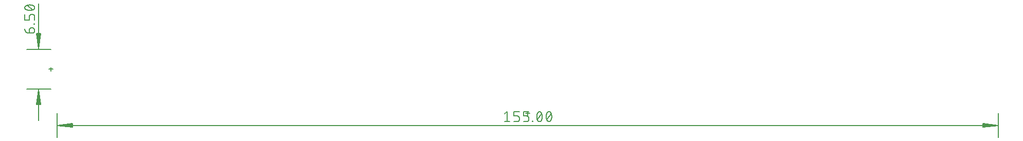
<source format=gbr>
G04 EAGLE Gerber RS-274X export*
G75*
%MOMM*%
%FSLAX34Y34*%
%LPD*%
%INSilkscreen Top*%
%IPPOS*%
%AMOC8*
5,1,8,0,0,1.08239X$1,22.5*%
G01*
%ADD10C,0.130000*%
%ADD11C,0.152400*%


D10*
X0Y-40000D02*
X0Y-79500D01*
X1550000Y-79500D02*
X1550000Y-40000D01*
X1549350Y-60000D02*
X650Y-60000D01*
X26000Y-56808D01*
X26000Y-63192D01*
X650Y-60000D01*
X26000Y-58700D01*
X26000Y-61300D02*
X650Y-60000D01*
X26000Y-57400D01*
X26000Y-62600D02*
X650Y-60000D01*
X1524000Y-56808D02*
X1549350Y-60000D01*
X1524000Y-56808D02*
X1524000Y-63192D01*
X1549350Y-60000D01*
X1524000Y-58700D01*
X1524000Y-61300D02*
X1549350Y-60000D01*
X1524000Y-57400D01*
X1524000Y-62600D02*
X1549350Y-60000D01*
X775000Y-43192D02*
X775000Y-36808D01*
X771808Y-40000D02*
X778192Y-40000D01*
D11*
X741271Y-37237D02*
X736756Y-40849D01*
X741271Y-37237D02*
X741271Y-53493D01*
X736756Y-53493D02*
X745787Y-53493D01*
X752387Y-53493D02*
X757806Y-53493D01*
X757924Y-53491D01*
X758042Y-53485D01*
X758160Y-53476D01*
X758277Y-53462D01*
X758394Y-53445D01*
X758511Y-53424D01*
X758626Y-53399D01*
X758741Y-53370D01*
X758855Y-53337D01*
X758967Y-53301D01*
X759078Y-53261D01*
X759188Y-53218D01*
X759297Y-53171D01*
X759404Y-53121D01*
X759509Y-53066D01*
X759612Y-53009D01*
X759713Y-52948D01*
X759813Y-52884D01*
X759910Y-52817D01*
X760005Y-52747D01*
X760097Y-52673D01*
X760188Y-52597D01*
X760275Y-52517D01*
X760360Y-52435D01*
X760442Y-52350D01*
X760522Y-52263D01*
X760598Y-52172D01*
X760672Y-52080D01*
X760742Y-51985D01*
X760809Y-51888D01*
X760873Y-51788D01*
X760934Y-51687D01*
X760991Y-51584D01*
X761046Y-51479D01*
X761096Y-51372D01*
X761143Y-51263D01*
X761186Y-51153D01*
X761226Y-51042D01*
X761262Y-50930D01*
X761295Y-50816D01*
X761324Y-50701D01*
X761349Y-50586D01*
X761370Y-50469D01*
X761387Y-50352D01*
X761401Y-50235D01*
X761410Y-50117D01*
X761416Y-49999D01*
X761418Y-49881D01*
X761418Y-48074D01*
X761416Y-47956D01*
X761410Y-47838D01*
X761401Y-47720D01*
X761387Y-47603D01*
X761370Y-47486D01*
X761349Y-47369D01*
X761324Y-47254D01*
X761295Y-47139D01*
X761262Y-47025D01*
X761226Y-46913D01*
X761186Y-46802D01*
X761143Y-46692D01*
X761096Y-46583D01*
X761046Y-46476D01*
X760991Y-46371D01*
X760934Y-46268D01*
X760873Y-46167D01*
X760809Y-46067D01*
X760742Y-45970D01*
X760672Y-45875D01*
X760598Y-45783D01*
X760522Y-45692D01*
X760442Y-45605D01*
X760360Y-45520D01*
X760275Y-45438D01*
X760188Y-45358D01*
X760097Y-45282D01*
X760005Y-45208D01*
X759910Y-45138D01*
X759813Y-45071D01*
X759713Y-45007D01*
X759612Y-44946D01*
X759509Y-44889D01*
X759404Y-44834D01*
X759297Y-44784D01*
X759188Y-44737D01*
X759078Y-44694D01*
X758967Y-44654D01*
X758855Y-44618D01*
X758741Y-44585D01*
X758626Y-44556D01*
X758511Y-44531D01*
X758394Y-44510D01*
X758277Y-44493D01*
X758160Y-44479D01*
X758042Y-44470D01*
X757924Y-44464D01*
X757806Y-44462D01*
X752387Y-44462D01*
X752387Y-37237D01*
X761418Y-37237D01*
X768018Y-53493D02*
X773437Y-53493D01*
X773555Y-53491D01*
X773673Y-53485D01*
X773791Y-53476D01*
X773908Y-53462D01*
X774025Y-53445D01*
X774142Y-53424D01*
X774257Y-53399D01*
X774372Y-53370D01*
X774486Y-53337D01*
X774598Y-53301D01*
X774709Y-53261D01*
X774819Y-53218D01*
X774928Y-53171D01*
X775035Y-53121D01*
X775140Y-53066D01*
X775243Y-53009D01*
X775344Y-52948D01*
X775444Y-52884D01*
X775541Y-52817D01*
X775636Y-52747D01*
X775728Y-52673D01*
X775819Y-52597D01*
X775906Y-52517D01*
X775991Y-52435D01*
X776073Y-52350D01*
X776153Y-52263D01*
X776229Y-52172D01*
X776303Y-52080D01*
X776373Y-51985D01*
X776440Y-51888D01*
X776504Y-51788D01*
X776565Y-51687D01*
X776622Y-51584D01*
X776677Y-51479D01*
X776727Y-51372D01*
X776774Y-51263D01*
X776817Y-51153D01*
X776857Y-51042D01*
X776893Y-50930D01*
X776926Y-50816D01*
X776955Y-50701D01*
X776980Y-50586D01*
X777001Y-50469D01*
X777018Y-50352D01*
X777032Y-50235D01*
X777041Y-50117D01*
X777047Y-49999D01*
X777049Y-49881D01*
X777049Y-48074D01*
X777047Y-47956D01*
X777041Y-47838D01*
X777032Y-47720D01*
X777018Y-47603D01*
X777001Y-47486D01*
X776980Y-47369D01*
X776955Y-47254D01*
X776926Y-47139D01*
X776893Y-47025D01*
X776857Y-46913D01*
X776817Y-46802D01*
X776774Y-46692D01*
X776727Y-46583D01*
X776677Y-46476D01*
X776622Y-46371D01*
X776565Y-46268D01*
X776504Y-46167D01*
X776440Y-46067D01*
X776373Y-45970D01*
X776303Y-45875D01*
X776229Y-45783D01*
X776153Y-45692D01*
X776073Y-45605D01*
X775991Y-45520D01*
X775906Y-45438D01*
X775819Y-45358D01*
X775728Y-45282D01*
X775636Y-45208D01*
X775541Y-45138D01*
X775444Y-45071D01*
X775344Y-45007D01*
X775243Y-44946D01*
X775140Y-44889D01*
X775035Y-44834D01*
X774928Y-44784D01*
X774819Y-44737D01*
X774709Y-44694D01*
X774598Y-44654D01*
X774486Y-44618D01*
X774372Y-44585D01*
X774257Y-44556D01*
X774142Y-44531D01*
X774025Y-44510D01*
X773908Y-44493D01*
X773791Y-44479D01*
X773673Y-44470D01*
X773555Y-44464D01*
X773437Y-44462D01*
X768018Y-44462D01*
X768018Y-37237D01*
X777049Y-37237D01*
X783024Y-52590D02*
X783024Y-53493D01*
X783024Y-52590D02*
X783927Y-52590D01*
X783927Y-53493D01*
X783024Y-53493D01*
X789902Y-45365D02*
X789906Y-45045D01*
X789917Y-44726D01*
X789936Y-44406D01*
X789963Y-44088D01*
X789997Y-43770D01*
X790039Y-43453D01*
X790089Y-43137D01*
X790146Y-42822D01*
X790210Y-42509D01*
X790282Y-42197D01*
X790361Y-41887D01*
X790448Y-41580D01*
X790542Y-41274D01*
X790643Y-40971D01*
X790752Y-40670D01*
X790867Y-40372D01*
X790990Y-40076D01*
X791120Y-39784D01*
X791257Y-39495D01*
X791258Y-39494D02*
X791297Y-39386D01*
X791340Y-39279D01*
X791386Y-39174D01*
X791436Y-39071D01*
X791490Y-38969D01*
X791547Y-38869D01*
X791608Y-38771D01*
X791672Y-38675D01*
X791739Y-38582D01*
X791809Y-38491D01*
X791883Y-38402D01*
X791959Y-38316D01*
X792039Y-38233D01*
X792121Y-38152D01*
X792206Y-38074D01*
X792293Y-38000D01*
X792384Y-37928D01*
X792476Y-37859D01*
X792571Y-37794D01*
X792668Y-37732D01*
X792767Y-37673D01*
X792868Y-37618D01*
X792971Y-37567D01*
X793076Y-37519D01*
X793182Y-37474D01*
X793289Y-37433D01*
X793398Y-37396D01*
X793509Y-37363D01*
X793620Y-37334D01*
X793732Y-37308D01*
X793845Y-37286D01*
X793959Y-37269D01*
X794073Y-37255D01*
X794188Y-37245D01*
X794303Y-37239D01*
X794418Y-37237D01*
X794533Y-37239D01*
X794648Y-37245D01*
X794763Y-37255D01*
X794877Y-37269D01*
X794991Y-37286D01*
X795104Y-37308D01*
X795216Y-37334D01*
X795328Y-37363D01*
X795438Y-37396D01*
X795547Y-37433D01*
X795655Y-37474D01*
X795761Y-37519D01*
X795866Y-37567D01*
X795968Y-37618D01*
X796070Y-37674D01*
X796169Y-37732D01*
X796266Y-37794D01*
X796361Y-37860D01*
X796453Y-37928D01*
X796543Y-38000D01*
X796631Y-38074D01*
X796716Y-38152D01*
X796798Y-38233D01*
X796877Y-38316D01*
X796954Y-38402D01*
X797027Y-38491D01*
X797098Y-38582D01*
X797165Y-38676D01*
X797229Y-38771D01*
X797290Y-38869D01*
X797347Y-38969D01*
X797400Y-39071D01*
X797451Y-39175D01*
X797497Y-39280D01*
X797540Y-39387D01*
X797579Y-39495D01*
X797578Y-39495D02*
X797715Y-39784D01*
X797845Y-40076D01*
X797968Y-40372D01*
X798083Y-40670D01*
X798192Y-40971D01*
X798293Y-41274D01*
X798387Y-41580D01*
X798474Y-41887D01*
X798553Y-42197D01*
X798625Y-42509D01*
X798689Y-42822D01*
X798746Y-43137D01*
X798796Y-43453D01*
X798838Y-43770D01*
X798872Y-44088D01*
X798899Y-44406D01*
X798918Y-44726D01*
X798929Y-45045D01*
X798933Y-45365D01*
X789902Y-45365D02*
X789906Y-45685D01*
X789917Y-46004D01*
X789936Y-46324D01*
X789963Y-46642D01*
X789997Y-46960D01*
X790039Y-47277D01*
X790089Y-47593D01*
X790146Y-47908D01*
X790210Y-48221D01*
X790282Y-48533D01*
X790361Y-48843D01*
X790448Y-49150D01*
X790542Y-49456D01*
X790643Y-49759D01*
X790752Y-50060D01*
X790867Y-50358D01*
X790990Y-50654D01*
X791120Y-50946D01*
X791257Y-51235D01*
X791257Y-51236D02*
X791296Y-51344D01*
X791339Y-51451D01*
X791385Y-51556D01*
X791436Y-51660D01*
X791489Y-51762D01*
X791546Y-51862D01*
X791607Y-51960D01*
X791671Y-52055D01*
X791738Y-52149D01*
X791809Y-52240D01*
X791882Y-52329D01*
X791959Y-52415D01*
X792038Y-52498D01*
X792120Y-52579D01*
X792205Y-52657D01*
X792293Y-52731D01*
X792383Y-52803D01*
X792476Y-52872D01*
X792570Y-52937D01*
X792667Y-52999D01*
X792767Y-53057D01*
X792868Y-53113D01*
X792970Y-53164D01*
X793075Y-53212D01*
X793181Y-53257D01*
X793289Y-53298D01*
X793398Y-53335D01*
X793508Y-53368D01*
X793620Y-53397D01*
X793732Y-53423D01*
X793845Y-53445D01*
X793959Y-53462D01*
X794073Y-53476D01*
X794188Y-53486D01*
X794303Y-53492D01*
X794418Y-53494D01*
X797578Y-51235D02*
X797715Y-50946D01*
X797845Y-50654D01*
X797968Y-50358D01*
X798083Y-50060D01*
X798192Y-49759D01*
X798293Y-49456D01*
X798387Y-49150D01*
X798474Y-48843D01*
X798553Y-48533D01*
X798625Y-48221D01*
X798689Y-47908D01*
X798746Y-47593D01*
X798796Y-47277D01*
X798838Y-46960D01*
X798872Y-46642D01*
X798899Y-46324D01*
X798918Y-46004D01*
X798929Y-45685D01*
X798933Y-45365D01*
X797579Y-51235D02*
X797540Y-51343D01*
X797497Y-51450D01*
X797451Y-51555D01*
X797400Y-51659D01*
X797347Y-51761D01*
X797290Y-51861D01*
X797229Y-51959D01*
X797165Y-52054D01*
X797098Y-52148D01*
X797027Y-52239D01*
X796954Y-52328D01*
X796877Y-52414D01*
X796798Y-52497D01*
X796716Y-52578D01*
X796631Y-52656D01*
X796543Y-52730D01*
X796453Y-52802D01*
X796360Y-52871D01*
X796266Y-52936D01*
X796169Y-52998D01*
X796069Y-53056D01*
X795968Y-53112D01*
X795865Y-53163D01*
X795761Y-53211D01*
X795655Y-53256D01*
X795547Y-53297D01*
X795438Y-53334D01*
X795328Y-53367D01*
X795216Y-53396D01*
X795104Y-53422D01*
X794991Y-53444D01*
X794877Y-53461D01*
X794763Y-53475D01*
X794648Y-53485D01*
X794533Y-53491D01*
X794418Y-53493D01*
X790805Y-49881D02*
X798030Y-40849D01*
X805534Y-45365D02*
X805538Y-45045D01*
X805549Y-44726D01*
X805568Y-44406D01*
X805595Y-44088D01*
X805629Y-43770D01*
X805671Y-43453D01*
X805721Y-43137D01*
X805778Y-42822D01*
X805842Y-42509D01*
X805914Y-42197D01*
X805993Y-41887D01*
X806080Y-41580D01*
X806174Y-41274D01*
X806275Y-40971D01*
X806384Y-40670D01*
X806499Y-40372D01*
X806622Y-40076D01*
X806752Y-39784D01*
X806889Y-39495D01*
X806889Y-39494D02*
X806928Y-39386D01*
X806971Y-39279D01*
X807017Y-39174D01*
X807067Y-39071D01*
X807121Y-38969D01*
X807178Y-38869D01*
X807239Y-38771D01*
X807303Y-38675D01*
X807370Y-38582D01*
X807440Y-38491D01*
X807514Y-38402D01*
X807590Y-38316D01*
X807670Y-38233D01*
X807752Y-38152D01*
X807837Y-38074D01*
X807924Y-38000D01*
X808015Y-37928D01*
X808107Y-37859D01*
X808202Y-37794D01*
X808299Y-37732D01*
X808398Y-37673D01*
X808499Y-37618D01*
X808602Y-37567D01*
X808707Y-37519D01*
X808813Y-37474D01*
X808920Y-37433D01*
X809029Y-37396D01*
X809140Y-37363D01*
X809251Y-37334D01*
X809363Y-37308D01*
X809476Y-37286D01*
X809590Y-37269D01*
X809704Y-37255D01*
X809819Y-37245D01*
X809934Y-37239D01*
X810049Y-37237D01*
X810164Y-37239D01*
X810279Y-37245D01*
X810394Y-37255D01*
X810508Y-37269D01*
X810622Y-37286D01*
X810735Y-37308D01*
X810847Y-37334D01*
X810959Y-37363D01*
X811069Y-37396D01*
X811178Y-37433D01*
X811286Y-37474D01*
X811392Y-37519D01*
X811497Y-37567D01*
X811599Y-37618D01*
X811701Y-37674D01*
X811800Y-37732D01*
X811897Y-37794D01*
X811992Y-37860D01*
X812084Y-37928D01*
X812174Y-38000D01*
X812262Y-38074D01*
X812347Y-38152D01*
X812429Y-38233D01*
X812508Y-38316D01*
X812585Y-38402D01*
X812658Y-38491D01*
X812729Y-38582D01*
X812796Y-38676D01*
X812860Y-38771D01*
X812921Y-38869D01*
X812978Y-38969D01*
X813031Y-39071D01*
X813082Y-39175D01*
X813128Y-39280D01*
X813171Y-39387D01*
X813210Y-39495D01*
X813209Y-39495D02*
X813346Y-39784D01*
X813476Y-40076D01*
X813599Y-40372D01*
X813714Y-40670D01*
X813823Y-40971D01*
X813924Y-41274D01*
X814018Y-41580D01*
X814105Y-41887D01*
X814184Y-42197D01*
X814256Y-42509D01*
X814320Y-42822D01*
X814377Y-43137D01*
X814427Y-43453D01*
X814469Y-43770D01*
X814503Y-44088D01*
X814530Y-44406D01*
X814549Y-44726D01*
X814560Y-45045D01*
X814564Y-45365D01*
X805534Y-45365D02*
X805538Y-45685D01*
X805549Y-46004D01*
X805568Y-46324D01*
X805595Y-46642D01*
X805629Y-46960D01*
X805671Y-47277D01*
X805721Y-47593D01*
X805778Y-47908D01*
X805842Y-48221D01*
X805914Y-48533D01*
X805993Y-48843D01*
X806080Y-49150D01*
X806174Y-49456D01*
X806275Y-49759D01*
X806384Y-50060D01*
X806499Y-50358D01*
X806622Y-50654D01*
X806752Y-50946D01*
X806889Y-51235D01*
X806888Y-51236D02*
X806927Y-51344D01*
X806970Y-51451D01*
X807016Y-51556D01*
X807067Y-51660D01*
X807120Y-51762D01*
X807177Y-51862D01*
X807238Y-51960D01*
X807302Y-52055D01*
X807369Y-52149D01*
X807440Y-52240D01*
X807513Y-52329D01*
X807590Y-52415D01*
X807669Y-52498D01*
X807751Y-52579D01*
X807836Y-52657D01*
X807924Y-52731D01*
X808014Y-52803D01*
X808107Y-52872D01*
X808201Y-52937D01*
X808298Y-52999D01*
X808398Y-53057D01*
X808499Y-53113D01*
X808601Y-53164D01*
X808706Y-53212D01*
X808812Y-53257D01*
X808920Y-53298D01*
X809029Y-53335D01*
X809139Y-53368D01*
X809251Y-53397D01*
X809363Y-53423D01*
X809476Y-53445D01*
X809590Y-53462D01*
X809704Y-53476D01*
X809819Y-53486D01*
X809934Y-53492D01*
X810049Y-53494D01*
X813209Y-51235D02*
X813346Y-50946D01*
X813476Y-50654D01*
X813599Y-50358D01*
X813714Y-50060D01*
X813823Y-49759D01*
X813924Y-49456D01*
X814018Y-49150D01*
X814105Y-48843D01*
X814184Y-48533D01*
X814256Y-48221D01*
X814320Y-47908D01*
X814377Y-47593D01*
X814427Y-47277D01*
X814469Y-46960D01*
X814503Y-46642D01*
X814530Y-46324D01*
X814549Y-46004D01*
X814560Y-45685D01*
X814564Y-45365D01*
X813210Y-51235D02*
X813171Y-51343D01*
X813128Y-51450D01*
X813082Y-51555D01*
X813031Y-51659D01*
X812978Y-51761D01*
X812921Y-51861D01*
X812860Y-51959D01*
X812796Y-52054D01*
X812729Y-52148D01*
X812658Y-52239D01*
X812585Y-52328D01*
X812508Y-52414D01*
X812429Y-52497D01*
X812347Y-52578D01*
X812262Y-52656D01*
X812174Y-52730D01*
X812084Y-52802D01*
X811991Y-52871D01*
X811897Y-52936D01*
X811800Y-52998D01*
X811700Y-53056D01*
X811599Y-53112D01*
X811496Y-53163D01*
X811392Y-53211D01*
X811286Y-53256D01*
X811178Y-53297D01*
X811069Y-53334D01*
X810959Y-53367D01*
X810847Y-53396D01*
X810735Y-53422D01*
X810622Y-53444D01*
X810508Y-53461D01*
X810394Y-53475D01*
X810279Y-53485D01*
X810164Y-53491D01*
X810049Y-53493D01*
X806436Y-49881D02*
X813661Y-40849D01*
D10*
X-10000Y0D02*
X-49500Y0D01*
X-49500Y65000D02*
X-10000Y65000D01*
X-30000Y-650D02*
X-30000Y-52000D01*
X-30000Y65650D02*
X-30000Y140628D01*
X-30000Y-650D02*
X-33192Y-26000D01*
X-26808Y-26000D01*
X-30000Y-650D01*
X-31300Y-26000D01*
X-28700Y-26000D02*
X-30000Y-650D01*
X-32600Y-26000D01*
X-27400Y-26000D02*
X-30000Y-650D01*
X-30000Y65650D02*
X-33192Y91000D01*
X-26808Y91000D01*
X-30000Y65650D01*
X-31300Y91000D01*
X-28700Y91000D02*
X-30000Y65650D01*
X-32600Y91000D01*
X-27400Y91000D02*
X-30000Y65650D01*
X-10000Y35692D02*
X-10000Y29308D01*
X-13192Y32500D02*
X-6808Y32500D01*
D11*
X-45538Y91762D02*
X-45538Y97181D01*
X-45536Y97299D01*
X-45530Y97417D01*
X-45521Y97535D01*
X-45507Y97652D01*
X-45490Y97769D01*
X-45469Y97886D01*
X-45444Y98001D01*
X-45415Y98116D01*
X-45382Y98230D01*
X-45346Y98342D01*
X-45306Y98453D01*
X-45263Y98563D01*
X-45216Y98672D01*
X-45166Y98779D01*
X-45111Y98884D01*
X-45054Y98987D01*
X-44993Y99088D01*
X-44929Y99188D01*
X-44862Y99285D01*
X-44792Y99380D01*
X-44718Y99472D01*
X-44642Y99563D01*
X-44562Y99650D01*
X-44480Y99735D01*
X-44395Y99817D01*
X-44308Y99897D01*
X-44217Y99973D01*
X-44125Y100047D01*
X-44030Y100117D01*
X-43933Y100184D01*
X-43833Y100248D01*
X-43732Y100309D01*
X-43629Y100366D01*
X-43524Y100421D01*
X-43417Y100471D01*
X-43308Y100518D01*
X-43198Y100561D01*
X-43087Y100601D01*
X-42975Y100637D01*
X-42861Y100670D01*
X-42746Y100699D01*
X-42631Y100724D01*
X-42514Y100745D01*
X-42397Y100762D01*
X-42280Y100776D01*
X-42162Y100785D01*
X-42044Y100791D01*
X-41926Y100793D01*
X-41023Y100793D01*
X-41023Y100794D02*
X-40890Y100792D01*
X-40758Y100786D01*
X-40626Y100776D01*
X-40494Y100763D01*
X-40362Y100745D01*
X-40232Y100724D01*
X-40101Y100699D01*
X-39972Y100670D01*
X-39844Y100637D01*
X-39716Y100601D01*
X-39590Y100561D01*
X-39465Y100517D01*
X-39341Y100469D01*
X-39219Y100418D01*
X-39098Y100363D01*
X-38979Y100305D01*
X-38861Y100243D01*
X-38746Y100178D01*
X-38632Y100109D01*
X-38521Y100038D01*
X-38412Y99962D01*
X-38305Y99884D01*
X-38200Y99803D01*
X-38098Y99718D01*
X-37998Y99631D01*
X-37901Y99541D01*
X-37806Y99448D01*
X-37715Y99352D01*
X-37626Y99254D01*
X-37540Y99153D01*
X-37457Y99049D01*
X-37377Y98943D01*
X-37301Y98835D01*
X-37227Y98725D01*
X-37157Y98612D01*
X-37090Y98498D01*
X-37027Y98381D01*
X-36967Y98263D01*
X-36910Y98143D01*
X-36857Y98021D01*
X-36808Y97898D01*
X-36762Y97774D01*
X-36720Y97648D01*
X-36682Y97521D01*
X-36647Y97393D01*
X-36616Y97264D01*
X-36589Y97135D01*
X-36566Y97004D01*
X-36546Y96873D01*
X-36531Y96741D01*
X-36519Y96609D01*
X-36511Y96477D01*
X-36507Y96344D01*
X-36507Y96212D01*
X-36511Y96079D01*
X-36519Y95947D01*
X-36531Y95815D01*
X-36546Y95683D01*
X-36566Y95552D01*
X-36589Y95421D01*
X-36616Y95292D01*
X-36647Y95163D01*
X-36682Y95035D01*
X-36720Y94908D01*
X-36762Y94782D01*
X-36808Y94658D01*
X-36857Y94535D01*
X-36910Y94413D01*
X-36967Y94293D01*
X-37027Y94175D01*
X-37090Y94058D01*
X-37157Y93944D01*
X-37227Y93831D01*
X-37301Y93721D01*
X-37377Y93613D01*
X-37457Y93507D01*
X-37540Y93403D01*
X-37626Y93302D01*
X-37715Y93204D01*
X-37806Y93108D01*
X-37901Y93015D01*
X-37998Y92925D01*
X-38098Y92838D01*
X-38200Y92753D01*
X-38305Y92672D01*
X-38412Y92594D01*
X-38521Y92518D01*
X-38632Y92447D01*
X-38746Y92378D01*
X-38861Y92313D01*
X-38979Y92251D01*
X-39098Y92193D01*
X-39219Y92138D01*
X-39341Y92087D01*
X-39465Y92039D01*
X-39590Y91995D01*
X-39716Y91955D01*
X-39844Y91919D01*
X-39972Y91886D01*
X-40101Y91857D01*
X-40232Y91832D01*
X-40362Y91811D01*
X-40494Y91793D01*
X-40626Y91780D01*
X-40758Y91770D01*
X-40890Y91764D01*
X-41023Y91762D01*
X-45538Y91762D01*
X-45713Y91764D01*
X-45887Y91770D01*
X-46061Y91781D01*
X-46235Y91796D01*
X-46409Y91815D01*
X-46582Y91838D01*
X-46754Y91865D01*
X-46926Y91897D01*
X-47097Y91932D01*
X-47267Y91972D01*
X-47436Y92016D01*
X-47604Y92064D01*
X-47771Y92116D01*
X-47936Y92172D01*
X-48100Y92232D01*
X-48263Y92295D01*
X-48423Y92363D01*
X-48583Y92435D01*
X-48740Y92510D01*
X-48896Y92590D01*
X-49049Y92673D01*
X-49201Y92759D01*
X-49350Y92850D01*
X-49497Y92944D01*
X-49642Y93041D01*
X-49785Y93142D01*
X-49925Y93246D01*
X-50062Y93354D01*
X-50197Y93465D01*
X-50329Y93579D01*
X-50458Y93696D01*
X-50585Y93817D01*
X-50708Y93940D01*
X-50829Y94067D01*
X-50946Y94196D01*
X-51060Y94328D01*
X-51171Y94463D01*
X-51279Y94600D01*
X-51383Y94740D01*
X-51484Y94883D01*
X-51581Y95028D01*
X-51675Y95175D01*
X-51766Y95324D01*
X-51852Y95476D01*
X-51935Y95629D01*
X-52015Y95785D01*
X-52090Y95942D01*
X-52162Y96102D01*
X-52230Y96262D01*
X-52293Y96425D01*
X-52353Y96589D01*
X-52409Y96754D01*
X-52461Y96921D01*
X-52509Y97089D01*
X-52553Y97258D01*
X-52593Y97428D01*
X-52628Y97599D01*
X-52660Y97771D01*
X-52687Y97943D01*
X-52710Y98116D01*
X-52729Y98290D01*
X-52744Y98464D01*
X-52755Y98638D01*
X-52761Y98812D01*
X-52763Y98987D01*
X-37410Y106768D02*
X-36507Y106768D01*
X-37410Y106768D02*
X-37410Y107671D01*
X-36507Y107671D01*
X-36507Y106768D01*
X-36507Y113646D02*
X-36507Y119064D01*
X-36509Y119182D01*
X-36515Y119300D01*
X-36524Y119418D01*
X-36538Y119535D01*
X-36555Y119652D01*
X-36576Y119769D01*
X-36601Y119884D01*
X-36630Y119999D01*
X-36663Y120113D01*
X-36699Y120225D01*
X-36739Y120336D01*
X-36782Y120446D01*
X-36829Y120555D01*
X-36879Y120662D01*
X-36934Y120767D01*
X-36991Y120870D01*
X-37052Y120971D01*
X-37116Y121071D01*
X-37183Y121168D01*
X-37253Y121263D01*
X-37327Y121355D01*
X-37403Y121446D01*
X-37483Y121533D01*
X-37565Y121618D01*
X-37650Y121700D01*
X-37737Y121780D01*
X-37828Y121856D01*
X-37920Y121930D01*
X-38015Y122000D01*
X-38112Y122067D01*
X-38212Y122131D01*
X-38313Y122192D01*
X-38416Y122249D01*
X-38521Y122304D01*
X-38628Y122354D01*
X-38737Y122401D01*
X-38847Y122444D01*
X-38958Y122484D01*
X-39070Y122520D01*
X-39184Y122553D01*
X-39299Y122582D01*
X-39414Y122607D01*
X-39531Y122628D01*
X-39648Y122645D01*
X-39765Y122659D01*
X-39883Y122668D01*
X-40001Y122674D01*
X-40119Y122676D01*
X-40119Y122677D02*
X-41926Y122677D01*
X-41926Y122676D02*
X-42044Y122674D01*
X-42162Y122668D01*
X-42280Y122659D01*
X-42397Y122645D01*
X-42514Y122628D01*
X-42631Y122607D01*
X-42746Y122582D01*
X-42861Y122553D01*
X-42975Y122520D01*
X-43087Y122484D01*
X-43198Y122444D01*
X-43308Y122401D01*
X-43417Y122354D01*
X-43524Y122304D01*
X-43629Y122249D01*
X-43732Y122192D01*
X-43833Y122131D01*
X-43933Y122067D01*
X-44030Y122000D01*
X-44125Y121930D01*
X-44217Y121856D01*
X-44308Y121780D01*
X-44395Y121700D01*
X-44480Y121618D01*
X-44562Y121533D01*
X-44642Y121446D01*
X-44718Y121355D01*
X-44792Y121263D01*
X-44862Y121168D01*
X-44929Y121071D01*
X-44993Y120971D01*
X-45054Y120870D01*
X-45111Y120767D01*
X-45166Y120662D01*
X-45216Y120555D01*
X-45263Y120446D01*
X-45306Y120336D01*
X-45346Y120225D01*
X-45382Y120113D01*
X-45415Y119999D01*
X-45444Y119884D01*
X-45469Y119769D01*
X-45490Y119652D01*
X-45507Y119535D01*
X-45521Y119418D01*
X-45530Y119300D01*
X-45536Y119182D01*
X-45538Y119064D01*
X-45538Y113646D01*
X-52763Y113646D01*
X-52763Y122677D01*
X-50505Y130632D02*
X-50216Y130495D01*
X-49924Y130365D01*
X-49628Y130242D01*
X-49330Y130127D01*
X-49029Y130018D01*
X-48726Y129917D01*
X-48420Y129823D01*
X-48113Y129736D01*
X-47803Y129657D01*
X-47491Y129585D01*
X-47178Y129521D01*
X-46863Y129464D01*
X-46547Y129414D01*
X-46230Y129372D01*
X-45912Y129338D01*
X-45594Y129311D01*
X-45274Y129292D01*
X-44955Y129281D01*
X-44635Y129277D01*
X-50506Y130631D02*
X-50614Y130670D01*
X-50721Y130713D01*
X-50826Y130759D01*
X-50930Y130810D01*
X-51032Y130863D01*
X-51132Y130920D01*
X-51230Y130981D01*
X-51325Y131045D01*
X-51419Y131112D01*
X-51510Y131183D01*
X-51599Y131256D01*
X-51685Y131333D01*
X-51768Y131412D01*
X-51849Y131494D01*
X-51927Y131579D01*
X-52001Y131667D01*
X-52073Y131757D01*
X-52141Y131849D01*
X-52207Y131944D01*
X-52269Y132041D01*
X-52327Y132140D01*
X-52383Y132242D01*
X-52434Y132344D01*
X-52482Y132449D01*
X-52527Y132555D01*
X-52568Y132663D01*
X-52605Y132772D01*
X-52638Y132882D01*
X-52667Y132994D01*
X-52693Y133106D01*
X-52715Y133219D01*
X-52732Y133333D01*
X-52746Y133447D01*
X-52756Y133562D01*
X-52762Y133677D01*
X-52764Y133792D01*
X-52763Y133792D02*
X-52761Y133907D01*
X-52755Y134022D01*
X-52745Y134137D01*
X-52731Y134251D01*
X-52714Y134365D01*
X-52692Y134478D01*
X-52666Y134590D01*
X-52637Y134702D01*
X-52604Y134812D01*
X-52567Y134921D01*
X-52526Y135029D01*
X-52481Y135135D01*
X-52433Y135240D01*
X-52382Y135342D01*
X-52326Y135443D01*
X-52268Y135543D01*
X-52206Y135640D01*
X-52141Y135734D01*
X-52072Y135827D01*
X-52000Y135917D01*
X-51926Y136005D01*
X-51848Y136090D01*
X-51767Y136172D01*
X-51684Y136251D01*
X-51598Y136328D01*
X-51509Y136401D01*
X-51418Y136472D01*
X-51324Y136539D01*
X-51229Y136603D01*
X-51131Y136664D01*
X-51031Y136721D01*
X-50929Y136774D01*
X-50825Y136825D01*
X-50720Y136871D01*
X-50613Y136914D01*
X-50505Y136953D01*
X-50216Y137090D01*
X-49924Y137220D01*
X-49628Y137343D01*
X-49330Y137458D01*
X-49029Y137567D01*
X-48726Y137668D01*
X-48420Y137762D01*
X-48113Y137849D01*
X-47803Y137928D01*
X-47491Y138000D01*
X-47178Y138064D01*
X-46863Y138121D01*
X-46547Y138171D01*
X-46230Y138213D01*
X-45912Y138247D01*
X-45594Y138274D01*
X-45274Y138293D01*
X-44955Y138304D01*
X-44635Y138308D01*
X-44635Y129277D02*
X-44315Y129281D01*
X-43996Y129292D01*
X-43676Y129311D01*
X-43358Y129338D01*
X-43040Y129372D01*
X-42723Y129414D01*
X-42407Y129464D01*
X-42092Y129521D01*
X-41779Y129585D01*
X-41467Y129657D01*
X-41157Y129736D01*
X-40850Y129823D01*
X-40544Y129917D01*
X-40241Y130018D01*
X-39940Y130127D01*
X-39642Y130242D01*
X-39346Y130365D01*
X-39054Y130495D01*
X-38765Y130632D01*
X-38765Y130631D02*
X-38657Y130670D01*
X-38550Y130713D01*
X-38445Y130759D01*
X-38341Y130810D01*
X-38239Y130863D01*
X-38139Y130920D01*
X-38041Y130981D01*
X-37946Y131045D01*
X-37852Y131112D01*
X-37761Y131183D01*
X-37672Y131256D01*
X-37586Y131333D01*
X-37503Y131412D01*
X-37422Y131494D01*
X-37344Y131579D01*
X-37270Y131667D01*
X-37198Y131757D01*
X-37129Y131850D01*
X-37064Y131944D01*
X-37002Y132041D01*
X-36944Y132141D01*
X-36888Y132242D01*
X-36837Y132344D01*
X-36789Y132449D01*
X-36744Y132555D01*
X-36703Y132663D01*
X-36666Y132772D01*
X-36633Y132882D01*
X-36604Y132994D01*
X-36578Y133106D01*
X-36556Y133219D01*
X-36539Y133333D01*
X-36525Y133447D01*
X-36515Y133562D01*
X-36509Y133677D01*
X-36507Y133792D01*
X-38765Y136953D02*
X-39054Y137090D01*
X-39346Y137220D01*
X-39642Y137343D01*
X-39940Y137458D01*
X-40241Y137567D01*
X-40544Y137668D01*
X-40850Y137762D01*
X-41157Y137849D01*
X-41467Y137928D01*
X-41779Y138000D01*
X-42092Y138064D01*
X-42407Y138121D01*
X-42723Y138171D01*
X-43040Y138213D01*
X-43358Y138247D01*
X-43676Y138274D01*
X-43996Y138293D01*
X-44315Y138304D01*
X-44635Y138308D01*
X-38765Y136953D02*
X-38657Y136914D01*
X-38550Y136871D01*
X-38445Y136825D01*
X-38341Y136774D01*
X-38239Y136721D01*
X-38139Y136664D01*
X-38041Y136603D01*
X-37946Y136539D01*
X-37852Y136472D01*
X-37761Y136401D01*
X-37672Y136328D01*
X-37586Y136251D01*
X-37503Y136172D01*
X-37422Y136090D01*
X-37344Y136005D01*
X-37270Y135917D01*
X-37198Y135827D01*
X-37129Y135734D01*
X-37064Y135640D01*
X-37002Y135543D01*
X-36944Y135443D01*
X-36888Y135342D01*
X-36837Y135239D01*
X-36789Y135135D01*
X-36744Y135029D01*
X-36703Y134921D01*
X-36666Y134812D01*
X-36633Y134702D01*
X-36604Y134590D01*
X-36578Y134478D01*
X-36556Y134365D01*
X-36539Y134251D01*
X-36525Y134137D01*
X-36515Y134022D01*
X-36509Y133907D01*
X-36507Y133792D01*
X-40119Y130180D02*
X-49151Y137405D01*
M02*

</source>
